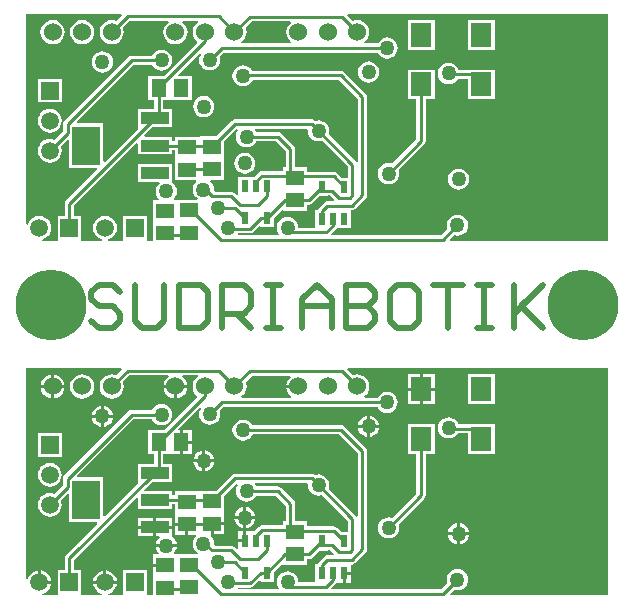
<source format=gtl>
G04 Layer_Physical_Order=1*
G04 Layer_Color=255*
%FSLAX24Y24*%
%MOIN*%
G70*
G01*
G75*
%ADD10R,0.0700X0.0790*%
%ADD11R,0.0945X0.1299*%
%ADD12R,0.0945X0.0394*%
%ADD13R,0.0591X0.0512*%
%ADD14R,0.0236X0.0413*%
%ADD15R,0.0512X0.0591*%
%ADD16C,0.0100*%
%ADD17C,0.0197*%
%ADD18C,0.0600*%
%ADD19C,0.0591*%
%ADD20R,0.0591X0.0591*%
%ADD21R,0.0591X0.0591*%
%ADD22C,0.2362*%
%ADD23C,0.0500*%
G36*
X3335Y7675D02*
X3145Y7486D01*
X3097Y7506D01*
X2992Y7520D01*
X2888Y7506D01*
X2790Y7466D01*
X2707Y7401D01*
X2643Y7318D01*
X2602Y7221D01*
X2589Y7116D01*
X2602Y7012D01*
X2643Y6914D01*
X2707Y6831D01*
X2790Y6767D01*
X2888Y6726D01*
X2992Y6713D01*
X3097Y6726D01*
X3194Y6767D01*
X3277Y6831D01*
X3342Y6914D01*
X3382Y7012D01*
X3396Y7116D01*
X3382Y7221D01*
X3362Y7269D01*
X3587Y7495D01*
X4872D01*
X4889Y7445D01*
X4833Y7401D01*
X4769Y7318D01*
X4728Y7221D01*
X4721Y7166D01*
X5515D01*
X5508Y7221D01*
X5468Y7318D01*
X5403Y7401D01*
X5347Y7445D01*
X5364Y7495D01*
X5857D01*
X5873Y7445D01*
X5817Y7401D01*
X5753Y7318D01*
X5713Y7221D01*
X5699Y7116D01*
X5713Y7012D01*
X5753Y6914D01*
X5817Y6831D01*
X5840Y6813D01*
X5843Y6764D01*
X4731Y5651D01*
X4211D01*
Y4861D01*
X4414D01*
Y4539D01*
X3857D01*
Y3945D01*
X3857D01*
X3874Y3903D01*
X2764Y2794D01*
X2718Y2813D01*
Y4086D01*
X1843D01*
X1824Y4132D01*
X3719Y6028D01*
X4340D01*
X4350Y6005D01*
X4406Y5931D01*
X4479Y5875D01*
X4564Y5840D01*
X4656Y5828D01*
X4747Y5840D01*
X4832Y5875D01*
X4905Y5931D01*
X4961Y6005D01*
X4997Y6090D01*
X5009Y6181D01*
X4997Y6272D01*
X4961Y6358D01*
X4905Y6431D01*
X4832Y6487D01*
X4747Y6522D01*
X4656Y6534D01*
X4564Y6522D01*
X4479Y6487D01*
X4406Y6431D01*
X4350Y6358D01*
X4340Y6334D01*
X3656D01*
X3597Y6322D01*
X3548Y6289D01*
X1415Y4157D01*
X1382Y4107D01*
X1370Y4048D01*
Y3819D01*
X1085Y3533D01*
X1038Y3552D01*
X935Y3566D01*
X832Y3552D01*
X736Y3513D01*
X653Y3449D01*
X590Y3367D01*
X550Y3271D01*
X536Y3167D01*
X550Y3064D01*
X590Y2968D01*
X653Y2885D01*
X736Y2822D01*
X832Y2782D01*
X935Y2769D01*
X1038Y2782D01*
X1134Y2822D01*
X1217Y2885D01*
X1280Y2968D01*
X1320Y3064D01*
X1334Y3167D01*
X1320Y3271D01*
X1301Y3317D01*
X1527Y3543D01*
X1573Y3524D01*
Y2587D01*
X2492D01*
X2512Y2541D01*
X1477Y1506D01*
X1443Y1456D01*
X1432Y1398D01*
Y986D01*
X1189D01*
Y195D01*
X1189D01*
X1171Y153D01*
X672D01*
X669Y203D01*
X688Y205D01*
X784Y245D01*
X867Y309D01*
X930Y391D01*
X970Y487D01*
X977Y541D01*
X585D01*
Y591D01*
X535D01*
Y983D01*
X481Y976D01*
X385Y936D01*
X303Y872D01*
X239Y790D01*
X200Y694D01*
X153Y705D01*
Y7721D01*
X3315D01*
X3335Y7675D01*
D02*
G37*
G36*
X19532Y153D02*
X14273D01*
X14254Y199D01*
X14403Y348D01*
X14426Y338D01*
X14518Y326D01*
X14609Y338D01*
X14694Y373D01*
X14767Y430D01*
X14823Y503D01*
X14859Y588D01*
X14871Y679D01*
X14859Y771D01*
X14823Y856D01*
X14767Y929D01*
X14694Y985D01*
X14609Y1020D01*
X14518Y1032D01*
X14426Y1020D01*
X14341Y985D01*
X14268Y929D01*
X14212Y856D01*
X14177Y771D01*
X14165Y679D01*
X14177Y588D01*
X14186Y564D01*
X13975Y353D01*
X10339D01*
X10320Y399D01*
X10482Y561D01*
X10494Y579D01*
X10698D01*
Y886D01*
X10748D01*
Y936D01*
X10966D01*
Y1176D01*
X10994D01*
X11053Y1187D01*
X11102Y1221D01*
X11457Y1575D01*
X11490Y1625D01*
X11501Y1683D01*
Y4961D01*
X11490Y5019D01*
X11457Y5069D01*
X10738Y5787D01*
X10688Y5820D01*
X10630Y5832D01*
X7679D01*
X7678Y5836D01*
X7622Y5909D01*
X7549Y5965D01*
X7463Y6000D01*
X7372Y6012D01*
X7281Y6000D01*
X7196Y5965D01*
X7122Y5909D01*
X7066Y5836D01*
X7031Y5751D01*
X7019Y5659D01*
X7031Y5568D01*
X7066Y5483D01*
X7122Y5410D01*
X7196Y5354D01*
X7281Y5318D01*
X7372Y5306D01*
X7463Y5318D01*
X7549Y5354D01*
X7622Y5410D01*
X7678Y5483D01*
X7696Y5526D01*
X10567D01*
X11195Y4897D01*
Y2796D01*
X11145Y2781D01*
X11124Y2812D01*
X10223Y3714D01*
X10233Y3737D01*
X10245Y3829D01*
X10233Y3920D01*
X10197Y4005D01*
X10141Y4078D01*
X10068Y4134D01*
X9983Y4170D01*
X9892Y4182D01*
X9800Y4170D01*
X9777Y4160D01*
X9773Y4163D01*
X9724Y4196D01*
X9665Y4208D01*
X7106D01*
X7048Y4196D01*
X6998Y4163D01*
X6478Y3643D01*
X5943D01*
Y3643D01*
X5897Y3633D01*
Y3633D01*
X5107D01*
Y3490D01*
X5002D01*
Y3633D01*
X4102D01*
X4083Y3680D01*
X4349Y3945D01*
X5002D01*
Y4539D01*
X4720D01*
Y4861D01*
X4909D01*
X4923Y4861D01*
Y4861D01*
X4959D01*
Y4861D01*
X5265D01*
Y5256D01*
Y5651D01*
X5229D01*
X5209Y5697D01*
X5929Y6417D01*
X5967Y6384D01*
X5954Y6367D01*
X5919Y6282D01*
X5907Y6191D01*
X5919Y6100D01*
X5954Y6014D01*
X6010Y5941D01*
X6083Y5885D01*
X6168Y5850D01*
X6260Y5838D01*
X6351Y5850D01*
X6436Y5885D01*
X6509Y5941D01*
X6566Y6014D01*
X6601Y6100D01*
X6613Y6191D01*
X6601Y6282D01*
X6591Y6306D01*
X6717Y6432D01*
X11860D01*
X11869Y6408D01*
X11926Y6335D01*
X11999Y6279D01*
X12084Y6244D01*
X12175Y6232D01*
X12267Y6244D01*
X12352Y6279D01*
X12425Y6335D01*
X12481Y6408D01*
X12516Y6493D01*
X12528Y6585D01*
X12516Y6676D01*
X12481Y6761D01*
X12425Y6834D01*
X12352Y6890D01*
X12267Y6926D01*
X12175Y6938D01*
X12084Y6926D01*
X11999Y6890D01*
X11926Y6834D01*
X11869Y6761D01*
X11860Y6738D01*
X11427D01*
X11410Y6788D01*
X11466Y6831D01*
X11530Y6914D01*
X11571Y7012D01*
X11585Y7116D01*
X11571Y7221D01*
X11530Y7318D01*
X11466Y7401D01*
X11383Y7466D01*
X11286Y7506D01*
X11181Y7520D01*
X11077Y7506D01*
X11028Y7486D01*
X10839Y7675D01*
X10858Y7721D01*
X19532D01*
Y153D01*
D02*
G37*
G36*
X7174Y3878D02*
X7197Y3824D01*
X7184Y3808D01*
X7149Y3723D01*
X7137Y3632D01*
X7149Y3541D01*
X7184Y3455D01*
X7241Y3382D01*
X7314Y3326D01*
X7399Y3291D01*
X7490Y3279D01*
X7582Y3291D01*
X7667Y3326D01*
X7740Y3382D01*
X7796Y3455D01*
X7806Y3479D01*
X8460D01*
X8794Y3145D01*
Y2620D01*
X8719D01*
Y2488D01*
X7999D01*
X7940Y2476D01*
X7891Y2443D01*
X7733Y2285D01*
X7481D01*
Y1978D01*
X7431D01*
Y1928D01*
X7213D01*
Y1703D01*
X7163Y1683D01*
X7087Y1758D01*
X7038Y1791D01*
X6979Y1803D01*
X6448D01*
X6404Y1852D01*
X6406Y1870D01*
X6394Y1962D01*
X6359Y2047D01*
X6303Y2120D01*
X6285Y2133D01*
X6289Y2143D01*
Y2539D01*
X6339D01*
Y2589D01*
X6734D01*
Y2895D01*
X6734D01*
Y2932D01*
X6734D01*
Y3466D01*
X7148Y3881D01*
X7174Y3878D01*
D02*
G37*
G36*
X9543Y3865D02*
X9539Y3829D01*
X9551Y3737D01*
X9586Y3652D01*
X9642Y3579D01*
X9715Y3523D01*
X9800Y3488D01*
X9892Y3476D01*
X9983Y3488D01*
X10007Y3498D01*
X10863Y2641D01*
Y2256D01*
X10658D01*
X10499Y2414D01*
X10450Y2447D01*
X10391Y2458D01*
X9509D01*
Y2620D01*
X9100D01*
Y3209D01*
X9088Y3267D01*
X9055Y3317D01*
X8632Y3740D01*
X8582Y3773D01*
X8524Y3785D01*
X7806D01*
X7796Y3808D01*
X7762Y3852D01*
X7787Y3902D01*
X9510D01*
X9543Y3865D01*
D02*
G37*
G36*
X7174Y15689D02*
X7197Y15635D01*
X7184Y15619D01*
X7149Y15534D01*
X7137Y15443D01*
X7149Y15352D01*
X7184Y15266D01*
X7241Y15193D01*
X7314Y15137D01*
X7399Y15102D01*
X7490Y15090D01*
X7582Y15102D01*
X7667Y15137D01*
X7740Y15193D01*
X7796Y15266D01*
X7806Y15290D01*
X8460D01*
X8794Y14956D01*
Y14431D01*
X8719D01*
Y14299D01*
X7999D01*
X7940Y14287D01*
X7891Y14254D01*
X7733Y14096D01*
X7213D01*
Y13514D01*
X7163Y13494D01*
X7087Y13569D01*
X7038Y13602D01*
X6979Y13614D01*
X6448D01*
X6404Y13663D01*
X6406Y13681D01*
X6394Y13773D01*
X6359Y13858D01*
X6303Y13931D01*
X6285Y13944D01*
X6302Y13994D01*
X6734D01*
Y14706D01*
X6734D01*
Y14743D01*
X6734D01*
Y15277D01*
X7148Y15692D01*
X7174Y15689D01*
D02*
G37*
G36*
X3857Y15199D02*
Y14851D01*
X5002D01*
Y14995D01*
X5107D01*
Y14733D01*
X5107D01*
Y14696D01*
X5107D01*
Y13985D01*
X5796D01*
X5812Y13937D01*
X5804Y13931D01*
X5748Y13858D01*
X5712Y13773D01*
X5700Y13681D01*
X5712Y13590D01*
X5748Y13505D01*
X5804Y13432D01*
X5860Y13388D01*
X5843Y13338D01*
X5166D01*
Y13328D01*
X5079D01*
X5067Y13378D01*
X5119Y13446D01*
X5154Y13531D01*
X5166Y13622D01*
X5154Y13713D01*
X5119Y13799D01*
X5063Y13872D01*
X5021Y13903D01*
X5002Y13945D01*
Y14539D01*
X3857D01*
Y13945D01*
X4577D01*
X4594Y13895D01*
X4563Y13872D01*
X4507Y13799D01*
X4472Y13713D01*
X4460Y13622D01*
X4472Y13531D01*
X4507Y13446D01*
X4559Y13378D01*
X4547Y13328D01*
X4378D01*
Y12617D01*
X4378Y12617D01*
Y12580D01*
X4378D01*
X4378Y12567D01*
Y11964D01*
X4183D01*
X4165Y12006D01*
X4165Y12014D01*
Y12797D01*
X3374D01*
Y12014D01*
X3374Y12006D01*
X3356Y11964D01*
X2857D01*
X2854Y12014D01*
X2873Y12016D01*
X2969Y12056D01*
X3052Y12120D01*
X3115Y12202D01*
X3155Y12298D01*
X3168Y12402D01*
X3155Y12505D01*
X3115Y12601D01*
X3052Y12683D01*
X2969Y12747D01*
X2873Y12787D01*
X2770Y12800D01*
X2666Y12787D01*
X2570Y12747D01*
X2488Y12683D01*
X2424Y12601D01*
X2385Y12505D01*
X2371Y12402D01*
X2385Y12298D01*
X2424Y12202D01*
X2488Y12120D01*
X2570Y12056D01*
X2666Y12016D01*
X2686Y12014D01*
X2682Y11964D01*
X1998D01*
X1980Y12006D01*
X1980D01*
Y12797D01*
X1738D01*
Y13145D01*
X3810Y15218D01*
X3857Y15199D01*
D02*
G37*
G36*
X9543Y15676D02*
X9539Y15640D01*
X9551Y15548D01*
X9586Y15463D01*
X9642Y15390D01*
X9715Y15334D01*
X9800Y15299D01*
X9892Y15287D01*
X9983Y15299D01*
X10007Y15309D01*
X10863Y14452D01*
Y14067D01*
X10658D01*
X10499Y14225D01*
X10450Y14258D01*
X10391Y14269D01*
X9509D01*
Y14431D01*
X9100D01*
Y15020D01*
X9088Y15078D01*
X9055Y15128D01*
X8632Y15551D01*
X8582Y15584D01*
X8524Y15596D01*
X7806D01*
X7796Y15619D01*
X7762Y15663D01*
X7787Y15713D01*
X9510D01*
X9543Y15676D01*
D02*
G37*
G36*
X10412Y13343D02*
X10391Y13293D01*
X10177D01*
X10119Y13281D01*
X10069Y13248D01*
X9892Y13071D01*
X9859Y13021D01*
X9855Y13004D01*
X9782D01*
Y12407D01*
X9216D01*
X9212Y12411D01*
X9200Y12503D01*
X9164Y12588D01*
X9108Y12661D01*
X9035Y12717D01*
X8950Y12752D01*
X8859Y12764D01*
X8767Y12752D01*
X8682Y12717D01*
X8609Y12661D01*
X8553Y12588D01*
X8518Y12503D01*
X8506Y12411D01*
X8518Y12320D01*
X8553Y12235D01*
X8573Y12209D01*
X8551Y12164D01*
X7246D01*
X7218Y12214D01*
X7220Y12217D01*
X7611D01*
X7670Y12228D01*
X7719Y12262D01*
X7915Y12457D01*
X7961Y12438D01*
Y12420D01*
X8397D01*
Y12728D01*
X8673Y13004D01*
X8719Y12985D01*
Y12971D01*
X9509D01*
Y13174D01*
X9567D01*
X9625Y13185D01*
X9675Y13219D01*
X9910Y13453D01*
X10218D01*
Y13483D01*
X10268Y13487D01*
X10412Y13343D01*
D02*
G37*
G36*
X3857Y3388D02*
Y3040D01*
X5002D01*
Y3184D01*
X5107D01*
Y2922D01*
X5107D01*
Y2885D01*
X5107D01*
Y2580D01*
X5502D01*
Y2530D01*
X5552D01*
Y2174D01*
X5796D01*
X5812Y2126D01*
X5804Y2120D01*
X5748Y2047D01*
X5712Y1962D01*
X5700Y1870D01*
X5712Y1779D01*
X5748Y1694D01*
X5804Y1621D01*
X5860Y1577D01*
X5843Y1527D01*
X5166D01*
Y1517D01*
X5079D01*
X5067Y1567D01*
X5119Y1635D01*
X5154Y1720D01*
X5159Y1761D01*
X4467D01*
X4472Y1720D01*
X4507Y1635D01*
X4559Y1567D01*
X4547Y1517D01*
X4378D01*
Y1211D01*
X4774D01*
Y1111D01*
X4378D01*
Y806D01*
X4378Y806D01*
Y769D01*
X4378D01*
X4378Y756D01*
Y153D01*
X4183D01*
X4165Y195D01*
X4165Y203D01*
Y986D01*
X3374D01*
Y203D01*
X3374Y195D01*
X3356Y153D01*
X2857D01*
X2854Y203D01*
X2873Y205D01*
X2969Y245D01*
X3052Y309D01*
X3115Y391D01*
X3155Y487D01*
X3162Y541D01*
X2770D01*
X2378D01*
X2385Y487D01*
X2424Y391D01*
X2488Y309D01*
X2570Y245D01*
X2666Y205D01*
X2686Y203D01*
X2682Y153D01*
X1998D01*
X1980Y195D01*
X1980D01*
Y986D01*
X1738D01*
Y1334D01*
X3810Y3407D01*
X3857Y3388D01*
D02*
G37*
G36*
X8958Y19236D02*
X8927Y19212D01*
X8863Y19129D01*
X8823Y19032D01*
X8809Y18927D01*
X8823Y18823D01*
X8863Y18725D01*
X8927Y18642D01*
X8984Y18599D01*
X8967Y18549D01*
X7332D01*
X7315Y18599D01*
X7372Y18642D01*
X7436Y18725D01*
X7476Y18823D01*
X7490Y18927D01*
X7476Y19032D01*
X7456Y19080D01*
X7662Y19286D01*
X8941D01*
X8958Y19236D01*
D02*
G37*
G36*
Y7425D02*
X8927Y7401D01*
X8863Y7318D01*
X8823Y7221D01*
X8816Y7166D01*
X9213D01*
Y7066D01*
X8816D01*
X8823Y7012D01*
X8863Y6914D01*
X8927Y6831D01*
X8984Y6788D01*
X8967Y6738D01*
X7332D01*
X7315Y6788D01*
X7372Y6831D01*
X7436Y6914D01*
X7476Y7012D01*
X7490Y7116D01*
X7476Y7221D01*
X7456Y7269D01*
X7662Y7475D01*
X8941D01*
X8958Y7425D01*
D02*
G37*
G36*
X19532Y11964D02*
X14273D01*
X14254Y12010D01*
X14403Y12159D01*
X14426Y12149D01*
X14518Y12137D01*
X14609Y12149D01*
X14694Y12184D01*
X14767Y12241D01*
X14823Y12314D01*
X14859Y12399D01*
X14871Y12490D01*
X14859Y12582D01*
X14823Y12667D01*
X14767Y12740D01*
X14694Y12796D01*
X14609Y12831D01*
X14518Y12843D01*
X14426Y12831D01*
X14341Y12796D01*
X14268Y12740D01*
X14212Y12667D01*
X14177Y12582D01*
X14165Y12490D01*
X14177Y12399D01*
X14186Y12375D01*
X13975Y12164D01*
X10339D01*
X10320Y12210D01*
X10482Y12372D01*
X10494Y12390D01*
X10966D01*
Y12987D01*
X10994D01*
X11053Y12998D01*
X11102Y13032D01*
X11457Y13386D01*
X11490Y13436D01*
X11501Y13494D01*
Y16772D01*
X11490Y16830D01*
X11457Y16880D01*
X10738Y17598D01*
X10688Y17631D01*
X10630Y17643D01*
X7679D01*
X7678Y17647D01*
X7622Y17720D01*
X7549Y17776D01*
X7463Y17811D01*
X7372Y17823D01*
X7281Y17811D01*
X7196Y17776D01*
X7122Y17720D01*
X7066Y17647D01*
X7031Y17562D01*
X7019Y17470D01*
X7031Y17379D01*
X7066Y17294D01*
X7122Y17221D01*
X7196Y17165D01*
X7281Y17129D01*
X7372Y17117D01*
X7463Y17129D01*
X7549Y17165D01*
X7622Y17221D01*
X7678Y17294D01*
X7696Y17337D01*
X10567D01*
X11195Y16708D01*
Y14607D01*
X11145Y14592D01*
X11124Y14624D01*
X10223Y15525D01*
X10233Y15548D01*
X10245Y15640D01*
X10233Y15731D01*
X10197Y15816D01*
X10141Y15889D01*
X10068Y15945D01*
X9983Y15981D01*
X9892Y15993D01*
X9800Y15981D01*
X9777Y15971D01*
X9773Y15974D01*
X9724Y16007D01*
X9665Y16019D01*
X7106D01*
X7048Y16007D01*
X6998Y15974D01*
X6478Y15454D01*
X5943D01*
Y15454D01*
X5897Y15444D01*
Y15444D01*
X5107D01*
Y15301D01*
X5002D01*
Y15444D01*
X4102D01*
X4083Y15491D01*
X4349Y15756D01*
X5002D01*
Y16350D01*
X4720D01*
Y16672D01*
X4909D01*
X4923Y16672D01*
Y16672D01*
X4959D01*
Y16672D01*
X5671D01*
Y17462D01*
X5229D01*
X5209Y17508D01*
X5929Y18228D01*
X5967Y18195D01*
X5954Y18178D01*
X5919Y18093D01*
X5907Y18002D01*
X5919Y17911D01*
X5954Y17825D01*
X6010Y17752D01*
X6083Y17696D01*
X6168Y17661D01*
X6260Y17649D01*
X6351Y17661D01*
X6436Y17696D01*
X6509Y17752D01*
X6566Y17825D01*
X6601Y17911D01*
X6613Y18002D01*
X6601Y18093D01*
X6591Y18117D01*
X6717Y18243D01*
X11860D01*
X11869Y18219D01*
X11926Y18146D01*
X11999Y18090D01*
X12084Y18055D01*
X12175Y18043D01*
X12267Y18055D01*
X12352Y18090D01*
X12425Y18146D01*
X12481Y18219D01*
X12516Y18304D01*
X12528Y18396D01*
X12516Y18487D01*
X12481Y18572D01*
X12425Y18645D01*
X12352Y18701D01*
X12267Y18737D01*
X12175Y18749D01*
X12084Y18737D01*
X11999Y18701D01*
X11926Y18645D01*
X11869Y18572D01*
X11860Y18549D01*
X11427D01*
X11410Y18599D01*
X11466Y18642D01*
X11530Y18725D01*
X11571Y18823D01*
X11585Y18927D01*
X11571Y19032D01*
X11530Y19129D01*
X11466Y19212D01*
X11383Y19277D01*
X11286Y19317D01*
X11181Y19331D01*
X11077Y19317D01*
X11028Y19297D01*
X10839Y19486D01*
X10858Y19532D01*
X19532D01*
Y11964D01*
D02*
G37*
G36*
X10412Y1532D02*
X10391Y1482D01*
X10177D01*
X10119Y1470D01*
X10069Y1437D01*
X9892Y1260D01*
X9859Y1210D01*
X9855Y1193D01*
X9782D01*
Y596D01*
X9216D01*
X9212Y600D01*
X9200Y692D01*
X9164Y777D01*
X9108Y850D01*
X9035Y906D01*
X8950Y941D01*
X8859Y953D01*
X8767Y941D01*
X8682Y906D01*
X8609Y850D01*
X8553Y777D01*
X8518Y692D01*
X8506Y600D01*
X8518Y509D01*
X8553Y424D01*
X8573Y398D01*
X8551Y353D01*
X7246D01*
X7218Y403D01*
X7220Y406D01*
X7611D01*
X7670Y417D01*
X7719Y451D01*
X7915Y646D01*
X7961Y627D01*
Y609D01*
X8397D01*
Y917D01*
X8673Y1193D01*
X8719Y1173D01*
Y1160D01*
X9509D01*
Y1363D01*
X9567D01*
X9625Y1374D01*
X9675Y1408D01*
X9910Y1642D01*
X10218D01*
Y1672D01*
X10268Y1676D01*
X10412Y1532D01*
D02*
G37*
G36*
X3335Y19486D02*
X3145Y19297D01*
X3097Y19317D01*
X2992Y19331D01*
X2888Y19317D01*
X2790Y19277D01*
X2707Y19212D01*
X2643Y19129D01*
X2602Y19032D01*
X2589Y18927D01*
X2602Y18823D01*
X2643Y18725D01*
X2707Y18642D01*
X2790Y18578D01*
X2888Y18537D01*
X2992Y18524D01*
X3097Y18537D01*
X3194Y18578D01*
X3277Y18642D01*
X3342Y18725D01*
X3382Y18823D01*
X3396Y18927D01*
X3382Y19032D01*
X3362Y19080D01*
X3587Y19306D01*
X4872D01*
X4889Y19256D01*
X4833Y19212D01*
X4769Y19129D01*
X4728Y19032D01*
X4715Y18927D01*
X4728Y18823D01*
X4769Y18725D01*
X4833Y18642D01*
X4916Y18578D01*
X5014Y18537D01*
X5118Y18524D01*
X5223Y18537D01*
X5320Y18578D01*
X5403Y18642D01*
X5468Y18725D01*
X5508Y18823D01*
X5522Y18927D01*
X5508Y19032D01*
X5468Y19129D01*
X5403Y19212D01*
X5347Y19256D01*
X5364Y19306D01*
X5857D01*
X5873Y19256D01*
X5817Y19212D01*
X5753Y19129D01*
X5713Y19032D01*
X5699Y18927D01*
X5713Y18823D01*
X5753Y18725D01*
X5817Y18642D01*
X5840Y18624D01*
X5843Y18575D01*
X4731Y17462D01*
X4211D01*
Y16672D01*
X4414D01*
Y16350D01*
X3857D01*
Y15756D01*
X3857D01*
X3874Y15714D01*
X2764Y14605D01*
X2718Y14624D01*
Y15897D01*
X1843D01*
X1824Y15943D01*
X3719Y17839D01*
X4340D01*
X4350Y17816D01*
X4406Y17743D01*
X4479Y17686D01*
X4564Y17651D01*
X4656Y17639D01*
X4747Y17651D01*
X4832Y17686D01*
X4905Y17743D01*
X4961Y17816D01*
X4997Y17901D01*
X5009Y17992D01*
X4997Y18083D01*
X4961Y18169D01*
X4905Y18242D01*
X4832Y18298D01*
X4747Y18333D01*
X4656Y18345D01*
X4564Y18333D01*
X4479Y18298D01*
X4406Y18242D01*
X4350Y18169D01*
X4340Y18145D01*
X3656D01*
X3597Y18133D01*
X3548Y18100D01*
X1415Y15968D01*
X1382Y15918D01*
X1370Y15859D01*
Y15630D01*
X1085Y15344D01*
X1038Y15363D01*
X935Y15377D01*
X832Y15363D01*
X736Y15324D01*
X653Y15260D01*
X590Y15178D01*
X550Y15082D01*
X536Y14978D01*
X550Y14875D01*
X590Y14779D01*
X653Y14696D01*
X736Y14633D01*
X832Y14593D01*
X935Y14580D01*
X1038Y14593D01*
X1134Y14633D01*
X1217Y14696D01*
X1280Y14779D01*
X1320Y14875D01*
X1334Y14978D01*
X1320Y15082D01*
X1301Y15128D01*
X1527Y15354D01*
X1573Y15335D01*
Y14398D01*
X2492D01*
X2512Y14352D01*
X1477Y13317D01*
X1443Y13267D01*
X1432Y13209D01*
Y12797D01*
X1189D01*
Y12006D01*
X1189D01*
X1171Y11964D01*
X672D01*
X669Y12014D01*
X688Y12016D01*
X784Y12056D01*
X867Y12120D01*
X930Y12202D01*
X970Y12298D01*
X983Y12402D01*
X970Y12505D01*
X930Y12601D01*
X867Y12683D01*
X784Y12747D01*
X688Y12787D01*
X585Y12800D01*
X481Y12787D01*
X385Y12747D01*
X303Y12683D01*
X239Y12601D01*
X200Y12505D01*
X153Y12516D01*
Y19532D01*
X3315D01*
X3335Y19486D01*
D02*
G37*
%LPC*%
G36*
X4379Y2728D02*
X3857D01*
Y2481D01*
X4379D01*
Y2728D01*
D02*
G37*
G36*
X5002D02*
X4479D01*
Y2481D01*
X5002D01*
Y2728D01*
D02*
G37*
G36*
X7381Y3092D02*
X7340Y3087D01*
X7255Y3052D01*
X7181Y2996D01*
X7125Y2923D01*
X7090Y2837D01*
X7085Y2796D01*
X7381D01*
Y3092D01*
D02*
G37*
G36*
X7481D02*
Y2796D01*
X7778D01*
X7772Y2837D01*
X7737Y2923D01*
X7681Y2996D01*
X7608Y3052D01*
X7522Y3087D01*
X7481Y3092D01*
D02*
G37*
G36*
X13755Y5869D02*
X12855D01*
Y4879D01*
X13152D01*
Y3546D01*
X12339Y2733D01*
X12316Y2743D01*
X12224Y2755D01*
X12133Y2743D01*
X12048Y2707D01*
X11975Y2651D01*
X11919Y2578D01*
X11883Y2493D01*
X11871Y2402D01*
X11883Y2310D01*
X11919Y2225D01*
X11975Y2152D01*
X12048Y2096D01*
X12133Y2061D01*
X12224Y2049D01*
X12316Y2061D01*
X12401Y2096D01*
X12474Y2152D01*
X12530Y2225D01*
X12565Y2310D01*
X12577Y2402D01*
X12565Y2493D01*
X12556Y2517D01*
X13413Y3374D01*
X13446Y3424D01*
X13458Y3482D01*
Y4879D01*
X13755D01*
Y5869D01*
D02*
G37*
G36*
X5671Y5206D02*
X5365D01*
Y4861D01*
X5671D01*
Y5206D01*
D02*
G37*
G36*
X1330Y5563D02*
X540D01*
Y4772D01*
X1330D01*
Y5563D01*
D02*
G37*
G36*
X5671Y5651D02*
X5365D01*
Y5306D01*
X5671D01*
Y5651D01*
D02*
G37*
G36*
X14223Y6091D02*
X14132Y6079D01*
X14047Y6044D01*
X13974Y5988D01*
X13917Y5915D01*
X13882Y5830D01*
X13870Y5738D01*
X13882Y5647D01*
X13917Y5562D01*
X13974Y5489D01*
X14047Y5433D01*
X14132Y5397D01*
X14223Y5385D01*
X14315Y5397D01*
X14400Y5433D01*
X14473Y5489D01*
X14524Y5556D01*
X14855D01*
Y4879D01*
X15755D01*
Y5869D01*
X14855D01*
Y5862D01*
X14551D01*
X14529Y5915D01*
X14473Y5988D01*
X14400Y6044D01*
X14315Y6079D01*
X14223Y6091D01*
D02*
G37*
G36*
X6113Y4982D02*
Y4686D01*
X6409D01*
X6404Y4727D01*
X6369Y4812D01*
X6313Y4885D01*
X6240Y4942D01*
X6154Y4977D01*
X6113Y4982D01*
D02*
G37*
G36*
X6013Y4586D02*
X5717D01*
X5722Y4544D01*
X5757Y4459D01*
X5813Y4386D01*
X5886Y4330D01*
X5972Y4295D01*
X6013Y4289D01*
Y4586D01*
D02*
G37*
G36*
X935Y4566D02*
X832Y4552D01*
X736Y4513D01*
X653Y4449D01*
X590Y4367D01*
X550Y4271D01*
X536Y4167D01*
X550Y4064D01*
X590Y3968D01*
X653Y3885D01*
X736Y3822D01*
X832Y3782D01*
X935Y3769D01*
X1038Y3782D01*
X1134Y3822D01*
X1217Y3885D01*
X1280Y3968D01*
X1320Y4064D01*
X1334Y4167D01*
X1320Y4271D01*
X1280Y4367D01*
X1217Y4449D01*
X1134Y4513D01*
X1038Y4552D01*
X935Y4566D01*
D02*
G37*
G36*
X6013Y4982D02*
X5972Y4977D01*
X5886Y4942D01*
X5813Y4885D01*
X5757Y4812D01*
X5722Y4727D01*
X5717Y4686D01*
X6013D01*
Y4982D01*
D02*
G37*
G36*
X6409Y4586D02*
X6113D01*
Y4289D01*
X6154Y4295D01*
X6240Y4330D01*
X6313Y4386D01*
X6369Y4459D01*
X6404Y4544D01*
X6409Y4586D01*
D02*
G37*
G36*
X5002Y2381D02*
X4479D01*
Y2134D01*
X4577D01*
X4594Y2084D01*
X4563Y2061D01*
X4507Y1988D01*
X4472Y1902D01*
X4467Y1861D01*
X5159D01*
X5154Y1902D01*
X5119Y1988D01*
X5063Y2061D01*
X5021Y2092D01*
X5002Y2134D01*
Y2381D01*
D02*
G37*
G36*
X14507Y2165D02*
X14211D01*
X14216Y2123D01*
X14251Y2038D01*
X14307Y1965D01*
X14381Y1909D01*
X14466Y1874D01*
X14507Y1868D01*
Y2165D01*
D02*
G37*
G36*
X14904D02*
X14607D01*
Y1868D01*
X14648Y1874D01*
X14734Y1909D01*
X14807Y1965D01*
X14863Y2038D01*
X14898Y2123D01*
X14904Y2165D01*
D02*
G37*
G36*
X2820Y983D02*
Y641D01*
X3162D01*
X3155Y694D01*
X3115Y790D01*
X3052Y872D01*
X2969Y936D01*
X2873Y976D01*
X2820Y983D01*
D02*
G37*
G36*
X10966Y836D02*
X10798D01*
Y579D01*
X10966D01*
Y836D01*
D02*
G37*
G36*
X2720Y983D02*
X2666Y976D01*
X2570Y936D01*
X2488Y872D01*
X2424Y790D01*
X2385Y694D01*
X2378Y641D01*
X2720D01*
Y983D01*
D02*
G37*
G36*
X635D02*
Y641D01*
X977D01*
X970Y694D01*
X930Y790D01*
X867Y872D01*
X784Y936D01*
X688Y976D01*
X635Y983D01*
D02*
G37*
G36*
X7381Y2285D02*
X7213D01*
Y2028D01*
X7381D01*
Y2285D01*
D02*
G37*
G36*
X14607Y2561D02*
Y2265D01*
X14904D01*
X14898Y2306D01*
X14863Y2391D01*
X14807Y2464D01*
X14734Y2520D01*
X14648Y2556D01*
X14607Y2561D01*
D02*
G37*
G36*
X7381Y2696D02*
X7085D01*
X7090Y2655D01*
X7125Y2570D01*
X7181Y2496D01*
X7255Y2440D01*
X7340Y2405D01*
X7381Y2400D01*
Y2696D01*
D02*
G37*
G36*
X7778D02*
X7481D01*
Y2400D01*
X7522Y2405D01*
X7608Y2440D01*
X7681Y2496D01*
X7737Y2570D01*
X7772Y2655D01*
X7778Y2696D01*
D02*
G37*
G36*
X14507Y2561D02*
X14466Y2556D01*
X14381Y2520D01*
X14307Y2464D01*
X14251Y2391D01*
X14216Y2306D01*
X14211Y2265D01*
X14507D01*
Y2561D01*
D02*
G37*
G36*
X4379Y2381D02*
X3857D01*
Y2134D01*
X4379D01*
Y2381D01*
D02*
G37*
G36*
X5452Y2480D02*
X5107D01*
Y2174D01*
X5452D01*
Y2480D01*
D02*
G37*
G36*
X6734Y2489D02*
X6389D01*
Y2183D01*
X6734D01*
Y2489D01*
D02*
G37*
G36*
X13755Y17680D02*
X12855D01*
Y16690D01*
X13152D01*
Y15357D01*
X12339Y14544D01*
X12316Y14554D01*
X12224Y14566D01*
X12133Y14554D01*
X12048Y14518D01*
X11975Y14462D01*
X11919Y14389D01*
X11883Y14304D01*
X11871Y14213D01*
X11883Y14121D01*
X11919Y14036D01*
X11975Y13963D01*
X12048Y13907D01*
X12133Y13872D01*
X12224Y13860D01*
X12316Y13872D01*
X12401Y13907D01*
X12474Y13963D01*
X12530Y14036D01*
X12565Y14121D01*
X12577Y14213D01*
X12565Y14304D01*
X12556Y14328D01*
X13413Y15185D01*
X13446Y15235D01*
X13458Y15293D01*
Y16690D01*
X13755D01*
Y17680D01*
D02*
G37*
G36*
X7431Y14910D02*
X7340Y14898D01*
X7255Y14863D01*
X7181Y14807D01*
X7125Y14734D01*
X7090Y14648D01*
X7078Y14557D01*
X7090Y14466D01*
X7125Y14381D01*
X7181Y14307D01*
X7255Y14251D01*
X7340Y14216D01*
X7431Y14204D01*
X7522Y14216D01*
X7608Y14251D01*
X7681Y14307D01*
X7737Y14381D01*
X7772Y14466D01*
X7784Y14557D01*
X7772Y14648D01*
X7737Y14734D01*
X7681Y14807D01*
X7608Y14863D01*
X7522Y14898D01*
X7431Y14910D01*
D02*
G37*
G36*
X6063Y16800D02*
X5972Y16788D01*
X5886Y16753D01*
X5813Y16696D01*
X5757Y16623D01*
X5722Y16538D01*
X5710Y16447D01*
X5722Y16355D01*
X5757Y16270D01*
X5813Y16197D01*
X5886Y16141D01*
X5972Y16106D01*
X6063Y16094D01*
X6154Y16106D01*
X6240Y16141D01*
X6313Y16197D01*
X6369Y16270D01*
X6404Y16355D01*
X6416Y16447D01*
X6404Y16538D01*
X6369Y16623D01*
X6313Y16696D01*
X6240Y16753D01*
X6154Y16788D01*
X6063Y16800D01*
D02*
G37*
G36*
X935Y16377D02*
X832Y16363D01*
X736Y16324D01*
X653Y16260D01*
X590Y16178D01*
X550Y16082D01*
X536Y15978D01*
X550Y15875D01*
X590Y15779D01*
X653Y15696D01*
X736Y15633D01*
X832Y15593D01*
X935Y15580D01*
X1038Y15593D01*
X1134Y15633D01*
X1217Y15696D01*
X1280Y15779D01*
X1320Y15875D01*
X1334Y15978D01*
X1320Y16082D01*
X1280Y16178D01*
X1217Y16260D01*
X1134Y16324D01*
X1038Y16363D01*
X935Y16377D01*
D02*
G37*
G36*
X974Y7513D02*
X919Y7506D01*
X822Y7466D01*
X738Y7401D01*
X674Y7318D01*
X634Y7221D01*
X627Y7166D01*
X974D01*
Y7513D01*
D02*
G37*
G36*
X13755Y7519D02*
X13355D01*
Y7074D01*
X13755D01*
Y7519D01*
D02*
G37*
G36*
X14557Y14379D02*
X14466Y14367D01*
X14381Y14331D01*
X14307Y14275D01*
X14251Y14202D01*
X14216Y14117D01*
X14204Y14026D01*
X14216Y13934D01*
X14251Y13849D01*
X14307Y13776D01*
X14381Y13720D01*
X14466Y13685D01*
X14557Y13673D01*
X14648Y13685D01*
X14734Y13720D01*
X14807Y13776D01*
X14863Y13849D01*
X14898Y13934D01*
X14910Y14026D01*
X14898Y14117D01*
X14863Y14202D01*
X14807Y14275D01*
X14734Y14331D01*
X14648Y14367D01*
X14557Y14379D01*
D02*
G37*
G36*
X1074Y7513D02*
Y7166D01*
X1420D01*
X1413Y7221D01*
X1373Y7318D01*
X1309Y7401D01*
X1225Y7466D01*
X1128Y7506D01*
X1074Y7513D01*
D02*
G37*
G36*
X15755Y19330D02*
X14855D01*
Y18340D01*
X15755D01*
Y19330D01*
D02*
G37*
G36*
X13755D02*
X12855D01*
Y18340D01*
X13755D01*
Y19330D01*
D02*
G37*
G36*
X2008Y19331D02*
X1903Y19317D01*
X1806Y19277D01*
X1723Y19212D01*
X1658Y19129D01*
X1618Y19032D01*
X1604Y18927D01*
X1618Y18823D01*
X1658Y18725D01*
X1723Y18642D01*
X1806Y18578D01*
X1903Y18537D01*
X2008Y18524D01*
X2112Y18537D01*
X2210Y18578D01*
X2293Y18642D01*
X2357Y18725D01*
X2398Y18823D01*
X2411Y18927D01*
X2398Y19032D01*
X2357Y19129D01*
X2293Y19212D01*
X2210Y19277D01*
X2112Y19317D01*
X2008Y19331D01*
D02*
G37*
G36*
X1024D02*
X919Y19317D01*
X822Y19277D01*
X738Y19212D01*
X674Y19129D01*
X634Y19032D01*
X620Y18927D01*
X634Y18823D01*
X674Y18725D01*
X738Y18642D01*
X822Y18578D01*
X919Y18537D01*
X1024Y18524D01*
X1128Y18537D01*
X1225Y18578D01*
X1309Y18642D01*
X1373Y18725D01*
X1413Y18823D01*
X1427Y18927D01*
X1413Y19032D01*
X1373Y19129D01*
X1309Y19212D01*
X1225Y19277D01*
X1128Y19317D01*
X1024Y19331D01*
D02*
G37*
G36*
X14223Y17903D02*
X14132Y17890D01*
X14047Y17855D01*
X13974Y17799D01*
X13917Y17726D01*
X13882Y17641D01*
X13870Y17549D01*
X13882Y17458D01*
X13917Y17373D01*
X13974Y17300D01*
X14047Y17244D01*
X14132Y17208D01*
X14223Y17196D01*
X14315Y17208D01*
X14400Y17244D01*
X14473Y17300D01*
X14524Y17367D01*
X14855D01*
Y16690D01*
X15755D01*
Y17680D01*
X14855D01*
Y17673D01*
X14551D01*
X14529Y17726D01*
X14473Y17799D01*
X14400Y17855D01*
X14315Y17890D01*
X14223Y17903D01*
D02*
G37*
G36*
X1330Y17374D02*
X540D01*
Y16583D01*
X1330D01*
Y17374D01*
D02*
G37*
G36*
X2687Y18286D02*
X2596Y18274D01*
X2510Y18239D01*
X2437Y18183D01*
X2381Y18110D01*
X2346Y18024D01*
X2334Y17933D01*
X2346Y17842D01*
X2381Y17757D01*
X2437Y17683D01*
X2510Y17627D01*
X2596Y17592D01*
X2687Y17580D01*
X2778Y17592D01*
X2864Y17627D01*
X2937Y17683D01*
X2993Y17757D01*
X3028Y17842D01*
X3040Y17933D01*
X3028Y18024D01*
X2993Y18110D01*
X2937Y18183D01*
X2864Y18239D01*
X2778Y18274D01*
X2687Y18286D01*
D02*
G37*
G36*
X11555Y17951D02*
X11464Y17939D01*
X11379Y17904D01*
X11306Y17848D01*
X11249Y17775D01*
X11214Y17690D01*
X11202Y17598D01*
X11214Y17507D01*
X11249Y17422D01*
X11306Y17349D01*
X11379Y17293D01*
X11464Y17257D01*
X11555Y17245D01*
X11646Y17257D01*
X11732Y17293D01*
X11805Y17349D01*
X11861Y17422D01*
X11896Y17507D01*
X11908Y17598D01*
X11896Y17690D01*
X11861Y17775D01*
X11805Y17848D01*
X11732Y17904D01*
X11646Y17939D01*
X11555Y17951D01*
D02*
G37*
G36*
X13255Y7519D02*
X12855D01*
Y7074D01*
X13255D01*
Y7519D01*
D02*
G37*
G36*
X11605Y6134D02*
Y5837D01*
X11902D01*
X11896Y5879D01*
X11861Y5964D01*
X11805Y6037D01*
X11732Y6093D01*
X11646Y6128D01*
X11605Y6134D01*
D02*
G37*
G36*
X11505D02*
X11464Y6128D01*
X11379Y6093D01*
X11306Y6037D01*
X11249Y5964D01*
X11214Y5879D01*
X11209Y5837D01*
X11505D01*
Y6134D01*
D02*
G37*
G36*
X2737Y6468D02*
Y6172D01*
X3033D01*
X3028Y6213D01*
X2993Y6299D01*
X2937Y6372D01*
X2864Y6428D01*
X2778Y6463D01*
X2737Y6468D01*
D02*
G37*
G36*
X2637D02*
X2596Y6463D01*
X2510Y6428D01*
X2437Y6372D01*
X2381Y6299D01*
X2346Y6213D01*
X2341Y6172D01*
X2637D01*
Y6468D01*
D02*
G37*
G36*
X11902Y5737D02*
X11605D01*
Y5441D01*
X11646Y5446D01*
X11732Y5482D01*
X11805Y5538D01*
X11861Y5611D01*
X11896Y5696D01*
X11902Y5737D01*
D02*
G37*
G36*
X11505D02*
X11209D01*
X11214Y5696D01*
X11249Y5611D01*
X11306Y5538D01*
X11379Y5482D01*
X11464Y5446D01*
X11505Y5441D01*
Y5737D01*
D02*
G37*
G36*
X3033Y6072D02*
X2737D01*
Y5776D01*
X2778Y5781D01*
X2864Y5816D01*
X2937Y5872D01*
X2993Y5946D01*
X3028Y6031D01*
X3033Y6072D01*
D02*
G37*
G36*
X2637D02*
X2341D01*
X2346Y6031D01*
X2381Y5946D01*
X2437Y5872D01*
X2510Y5816D01*
X2596Y5781D01*
X2637Y5776D01*
Y6072D01*
D02*
G37*
G36*
X1420Y7066D02*
X1074D01*
Y6719D01*
X1128Y6726D01*
X1225Y6767D01*
X1309Y6831D01*
X1373Y6914D01*
X1413Y7012D01*
X1420Y7066D01*
D02*
G37*
G36*
X974D02*
X627D01*
X634Y7012D01*
X674Y6914D01*
X738Y6831D01*
X822Y6767D01*
X919Y6726D01*
X974Y6719D01*
Y7066D01*
D02*
G37*
G36*
X5515D02*
X5168D01*
Y6719D01*
X5223Y6726D01*
X5320Y6767D01*
X5403Y6831D01*
X5468Y6914D01*
X5508Y7012D01*
X5515Y7066D01*
D02*
G37*
G36*
X5068D02*
X4721D01*
X4728Y7012D01*
X4769Y6914D01*
X4833Y6831D01*
X4916Y6767D01*
X5014Y6726D01*
X5068Y6719D01*
Y7066D01*
D02*
G37*
G36*
X13755Y6974D02*
X13355D01*
Y6529D01*
X13755D01*
Y6974D01*
D02*
G37*
G36*
X13255D02*
X12855D01*
Y6529D01*
X13255D01*
Y6974D01*
D02*
G37*
G36*
X2008Y7520D02*
X1903Y7506D01*
X1806Y7466D01*
X1723Y7401D01*
X1658Y7318D01*
X1618Y7221D01*
X1604Y7116D01*
X1618Y7012D01*
X1658Y6914D01*
X1723Y6831D01*
X1806Y6767D01*
X1903Y6726D01*
X2008Y6713D01*
X2112Y6726D01*
X2210Y6767D01*
X2293Y6831D01*
X2357Y6914D01*
X2398Y7012D01*
X2411Y7116D01*
X2398Y7221D01*
X2357Y7318D01*
X2293Y7401D01*
X2210Y7466D01*
X2112Y7506D01*
X2008Y7520D01*
D02*
G37*
G36*
X15755Y7519D02*
X14855D01*
Y6529D01*
X15755D01*
Y7519D01*
D02*
G37*
%LPD*%
D10*
X15305Y17185D02*
D03*
Y18835D02*
D03*
X13305Y17185D02*
D03*
Y18835D02*
D03*
X15305Y5374D02*
D03*
Y7024D02*
D03*
X13305Y5374D02*
D03*
Y7024D02*
D03*
D11*
X2146Y15148D02*
D03*
Y3337D02*
D03*
D12*
X4429Y16053D02*
D03*
Y15148D02*
D03*
Y14242D02*
D03*
Y4242D02*
D03*
Y3337D02*
D03*
Y2431D02*
D03*
D13*
X9114Y13327D02*
D03*
Y14075D02*
D03*
X4774Y12972D02*
D03*
Y12224D02*
D03*
X5561Y12982D02*
D03*
Y12234D02*
D03*
X6339Y15098D02*
D03*
Y14350D02*
D03*
X5502Y15089D02*
D03*
Y14341D02*
D03*
Y3278D02*
D03*
Y2530D02*
D03*
X6339Y3287D02*
D03*
Y2539D02*
D03*
X9114Y1516D02*
D03*
Y2264D02*
D03*
X5561Y1171D02*
D03*
Y423D02*
D03*
X4774Y1161D02*
D03*
Y413D02*
D03*
D14*
X8179Y12726D02*
D03*
X7431D02*
D03*
X8179Y13789D02*
D03*
X7805D02*
D03*
X7431D02*
D03*
X10000Y13760D02*
D03*
X10748D02*
D03*
X10000Y12697D02*
D03*
X10374D02*
D03*
X10748D02*
D03*
X10000Y1949D02*
D03*
X10748D02*
D03*
X10000Y886D02*
D03*
X10374D02*
D03*
X10748D02*
D03*
X8179Y915D02*
D03*
X7431D02*
D03*
X8179Y1978D02*
D03*
X7805D02*
D03*
X7431D02*
D03*
D15*
X4567Y17067D02*
D03*
X5315D02*
D03*
X4567Y5256D02*
D03*
X5315D02*
D03*
D16*
X7999Y14146D02*
X9043D01*
X9114Y14075D01*
X8947Y14242D02*
X9043Y14146D01*
X7490Y15443D02*
X8524D01*
X8947Y15020D01*
Y14242D02*
Y15020D01*
X9665Y15866D02*
X9892Y15640D01*
X7106Y15866D02*
X9665D01*
X6339Y15098D02*
X7106Y15866D01*
X7372Y17470D02*
X7392Y17490D01*
X10630D01*
X11348Y16772D01*
X12224Y14213D02*
X13305Y15293D01*
X11348Y13494D02*
Y16772D01*
X10994Y13140D02*
X11348Y13494D01*
X10177Y13140D02*
X10994D01*
X10000Y12963D02*
X10177Y13140D01*
X10000Y12697D02*
Y12963D01*
X6873Y12370D02*
X7611D01*
X7968Y12726D01*
X8179D01*
X7874Y13169D02*
X8179Y13474D01*
Y13789D01*
X10329Y13642D02*
X10568Y13403D01*
X10000Y13642D02*
X10329D01*
X10928Y13403D02*
X11016Y13491D01*
X10568Y13403D02*
X10928D01*
X10000Y13642D02*
Y13760D01*
X9892Y15640D02*
X11016Y14515D01*
Y13491D02*
Y14515D01*
X8997Y12254D02*
X10148D01*
X10374Y12480D01*
Y12697D01*
X13305Y15293D02*
Y17185D01*
X14223Y17549D02*
X14253Y17520D01*
X14970D01*
X15305Y17185D01*
X9970Y12667D02*
X10000Y12697D01*
X3656Y17992D02*
X4656D01*
X1523Y15859D02*
X3656Y17992D01*
X1523Y15567D02*
Y15859D01*
X935Y14978D02*
X1523Y15567D01*
X4429Y15148D02*
X6289D01*
X5620Y12165D02*
X5620Y12165D01*
X4843Y12165D02*
X5620D01*
X8179Y12726D02*
X8780Y13327D01*
X9114D01*
X9567D02*
X10000Y13760D01*
X9114Y13327D02*
X9567D01*
X9156Y14117D02*
X10391D01*
X7805Y13952D02*
X7999Y14146D01*
X7805Y13789D02*
Y13952D01*
X10391Y14117D02*
X10748Y13760D01*
X1585Y12402D02*
Y13209D01*
X4429Y16053D01*
X6102Y18618D02*
Y18927D01*
X4567Y17082D02*
X6102Y18618D01*
X4567Y17067D02*
Y17082D01*
Y16191D02*
Y17067D01*
X4429Y16053D02*
X4567Y16191D01*
X10669Y19439D02*
X11181Y18927D01*
X7598Y19439D02*
X10669D01*
X7087Y18927D02*
X7598Y19439D01*
X6555Y19459D02*
X7087Y18927D01*
X3524Y19459D02*
X6555D01*
X2992Y18927D02*
X3524Y19459D01*
X8859Y12392D02*
X8997Y12254D01*
X8859Y12392D02*
Y12411D01*
X6851Y12392D02*
X6873Y12370D01*
X5620Y12913D02*
X5728D01*
X14039Y12011D02*
X14518Y12490D01*
X6260Y18002D02*
X6654Y18396D01*
X12175D01*
X6851Y12392D02*
X6870Y12411D01*
X6882D01*
X6631Y12011D02*
X14039D01*
X7271Y13169D02*
X7874D01*
X6979Y13461D02*
X7271Y13169D01*
X7096Y13061D02*
X7431Y12726D01*
X5512Y14350D02*
X6339D01*
X5728Y12913D02*
X6631Y12011D01*
X6526Y13061D02*
X7096D01*
X6053Y13681D02*
Y13750D01*
X6343Y13461D01*
X6979D01*
X6343Y1650D02*
X6979D01*
X6053Y1939D02*
X6343Y1650D01*
X6053Y1870D02*
Y1939D01*
X6526Y1250D02*
X7096D01*
X5728Y1102D02*
X6631Y200D01*
X5512Y2539D02*
X6339D01*
X7096Y1250D02*
X7431Y915D01*
X6979Y1650D02*
X7271Y1358D01*
X7874D01*
X6631Y200D02*
X14039D01*
X6870Y600D02*
X6882D01*
X6851Y581D02*
X6870Y600D01*
X6654Y6585D02*
X12175D01*
X6260Y6191D02*
X6654Y6585D01*
X14039Y200D02*
X14518Y679D01*
X5620Y1102D02*
X5728D01*
X6851Y581D02*
X6873Y559D01*
X8859Y581D02*
Y600D01*
Y581D02*
X8997Y443D01*
X2992Y7116D02*
X3524Y7648D01*
X6555D01*
X7087Y7116D01*
X7598Y7628D01*
X10669D01*
X11181Y7116D01*
X4429Y4242D02*
X4567Y4380D01*
Y5256D01*
Y5271D01*
X6102Y6807D01*
Y7116D01*
X1585Y1398D02*
X4429Y4242D01*
X1585Y591D02*
Y1398D01*
X10391Y2306D02*
X10748Y1949D01*
X7805Y1978D02*
Y2141D01*
X7999Y2335D01*
X9156Y2306D02*
X10391D01*
X9114Y1516D02*
X9567D01*
X10000Y1949D01*
X8780Y1516D02*
X9114D01*
X8179Y915D02*
X8780Y1516D01*
X4843Y354D02*
X5620D01*
X5620Y354D01*
X4429Y3337D02*
X6289D01*
X935Y3167D02*
X1523Y3756D01*
Y4048D01*
X3656Y6181D01*
X4656D01*
X9970Y856D02*
X10000Y886D01*
X14970Y5709D02*
X15305Y5374D01*
X14253Y5709D02*
X14970D01*
X14223Y5738D02*
X14253Y5709D01*
X13305Y3482D02*
Y5374D01*
X10374Y669D02*
Y886D01*
X10148Y443D02*
X10374Y669D01*
X8997Y443D02*
X10148D01*
X11016Y1680D02*
Y2704D01*
X9892Y3829D02*
X11016Y2704D01*
X10000Y1831D02*
Y1949D01*
X10568Y1592D02*
X10928D01*
X11016Y1680D01*
X10000Y1831D02*
X10329D01*
X10568Y1592D01*
X8179Y1663D02*
Y1978D01*
X7874Y1358D02*
X8179Y1663D01*
X7968Y915D02*
X8179D01*
X7611Y559D02*
X7968Y915D01*
X6873Y559D02*
X7611D01*
X10000Y886D02*
Y1152D01*
X10177Y1329D01*
X10994D01*
X11348Y1683D01*
Y4961D01*
X12224Y2402D02*
X13305Y3482D01*
X10630Y5679D02*
X11348Y4961D01*
X7392Y5679D02*
X10630D01*
X7372Y5659D02*
X7392Y5679D01*
X6339Y3287D02*
X7106Y4055D01*
X9665D01*
X9892Y3829D01*
X8947Y2431D02*
Y3209D01*
X8524Y3632D02*
X8947Y3209D01*
X7490Y3632D02*
X8524D01*
X8947Y2431D02*
X9043Y2335D01*
X9114Y2264D01*
X7999Y2335D02*
X9043D01*
D17*
X3284Y10269D02*
X3041Y10511D01*
X2556D01*
X2313Y10269D01*
Y10026D01*
X2556Y9783D01*
X3041D01*
X3284Y9541D01*
Y9298D01*
X3041Y9055D01*
X2556D01*
X2313Y9298D01*
X3769Y10511D02*
Y9298D01*
X4012Y9055D01*
X4497D01*
X4740Y9298D01*
Y10511D01*
X5225D02*
Y9055D01*
X5954D01*
X6196Y9298D01*
Y10269D01*
X5954Y10511D01*
X5225D01*
X6682Y9055D02*
Y10511D01*
X7410D01*
X7652Y10269D01*
Y9783D01*
X7410Y9541D01*
X6682D01*
X7167D02*
X7652Y9055D01*
X8138Y10511D02*
X8623D01*
X8381D01*
Y9055D01*
X8138D01*
X8623D01*
X9351D02*
Y10026D01*
X9837Y10511D01*
X10322Y10026D01*
Y9055D01*
Y9783D01*
X9351D01*
X10808Y10511D02*
Y9055D01*
X11536D01*
X11778Y9298D01*
Y9541D01*
X11536Y9783D01*
X10808D01*
X11536D01*
X11778Y10026D01*
Y10269D01*
X11536Y10511D01*
X10808D01*
X12992D02*
X12507D01*
X12264Y10269D01*
Y9298D01*
X12507Y9055D01*
X12992D01*
X13235Y9298D01*
Y10269D01*
X12992Y10511D01*
X13720D02*
X14691D01*
X14205D01*
Y9055D01*
X15176Y10511D02*
X15662D01*
X15419D01*
Y9055D01*
X15176D01*
X15662D01*
X16390Y10511D02*
Y9055D01*
Y9541D01*
X17361Y10511D01*
X16633Y9783D01*
X17361Y9055D01*
D18*
X2992Y18927D02*
D03*
X2008D02*
D03*
X1024D02*
D03*
X7087D02*
D03*
X6102D02*
D03*
X5118D02*
D03*
X11181D02*
D03*
X10197D02*
D03*
X9213D02*
D03*
X2992Y7116D02*
D03*
X2008D02*
D03*
X1024D02*
D03*
X7087D02*
D03*
X6102D02*
D03*
X5118D02*
D03*
X11181D02*
D03*
X10197D02*
D03*
X9213D02*
D03*
D19*
X935Y14978D02*
D03*
Y15978D02*
D03*
X2770Y12402D02*
D03*
X585D02*
D03*
Y591D02*
D03*
X2770D02*
D03*
X935Y3167D02*
D03*
Y4167D02*
D03*
D20*
Y16978D02*
D03*
Y5167D02*
D03*
D21*
X3770Y12402D02*
D03*
X1585D02*
D03*
Y591D02*
D03*
X3770D02*
D03*
D22*
X955Y9843D02*
D03*
X18720D02*
D03*
D23*
X7431Y14557D02*
D03*
X2687Y17933D02*
D03*
X6063Y16447D02*
D03*
X14557Y14026D02*
D03*
X7490Y15443D02*
D03*
X7372Y17470D02*
D03*
X12224Y14213D02*
D03*
X14223Y17549D02*
D03*
X9892Y15640D02*
D03*
X6260Y18002D02*
D03*
X4656Y17992D02*
D03*
X8859Y12411D02*
D03*
X14518Y12490D02*
D03*
X12175Y18396D02*
D03*
X11555Y17598D02*
D03*
X6882Y12411D02*
D03*
X6526Y13061D02*
D03*
X6053Y13681D02*
D03*
X4813Y13622D02*
D03*
Y1811D02*
D03*
X6053Y1870D02*
D03*
X6526Y1250D02*
D03*
X6882Y600D02*
D03*
X11555Y5787D02*
D03*
X12175Y6585D02*
D03*
X14518Y679D02*
D03*
X8859Y600D02*
D03*
X4656Y6181D02*
D03*
X6260Y6191D02*
D03*
X9892Y3829D02*
D03*
X14223Y5738D02*
D03*
X12224Y2402D02*
D03*
X7372Y5659D02*
D03*
X7490Y3632D02*
D03*
X14557Y2215D02*
D03*
X6063Y4636D02*
D03*
X2687Y6122D02*
D03*
X7431Y2746D02*
D03*
M02*

</source>
